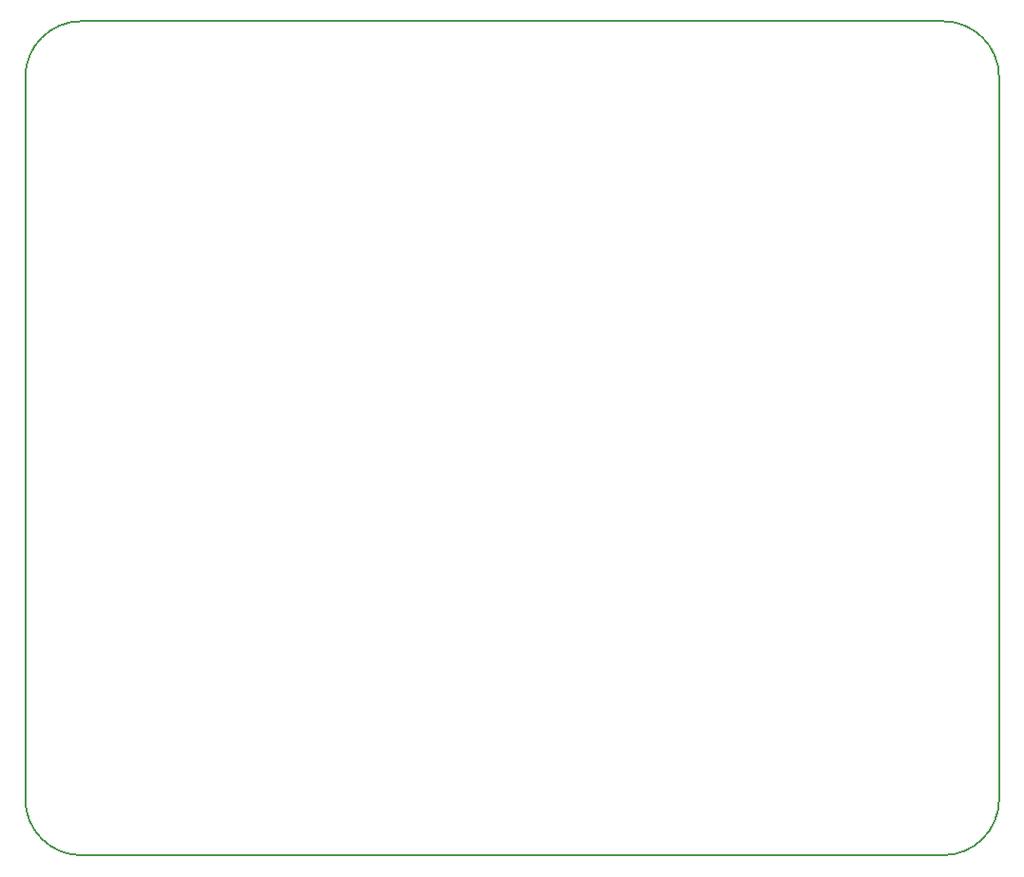
<source format=gbr>
%TF.GenerationSoftware,KiCad,Pcbnew,8.0.4*%
%TF.CreationDate,2025-04-25T16:49:28-07:00*%
%TF.ProjectId,DalekSoundSystemV2,44616c65-6b53-46f7-956e-645379737465,rev?*%
%TF.SameCoordinates,Original*%
%TF.FileFunction,Profile,NP*%
%FSLAX46Y46*%
G04 Gerber Fmt 4.6, Leading zero omitted, Abs format (unit mm)*
G04 Created by KiCad (PCBNEW 8.0.4) date 2025-04-25 16:49:28*
%MOMM*%
%LPD*%
G01*
G04 APERTURE LIST*
%TA.AperFunction,Profile*%
%ADD10C,0.153000*%
%TD*%
G04 APERTURE END LIST*
D10*
X132600000Y-37600000D02*
X209400000Y-37600000D01*
X214400000Y-107000000D02*
G75*
G02*
X209400000Y-112000000I-5000000J0D01*
G01*
X214400000Y-42600000D02*
X214400000Y-107000000D01*
X127600000Y-42600000D02*
X127600000Y-107000000D01*
X132600000Y-112000000D02*
G75*
G02*
X127600000Y-107000000I0J5000000D01*
G01*
X127600000Y-42600000D02*
G75*
G02*
X132600000Y-37600000I5000000J0D01*
G01*
X209400000Y-37600000D02*
G75*
G02*
X214400000Y-42600000I0J-5000000D01*
G01*
X132600000Y-112000000D02*
X209400000Y-112000000D01*
M02*

</source>
